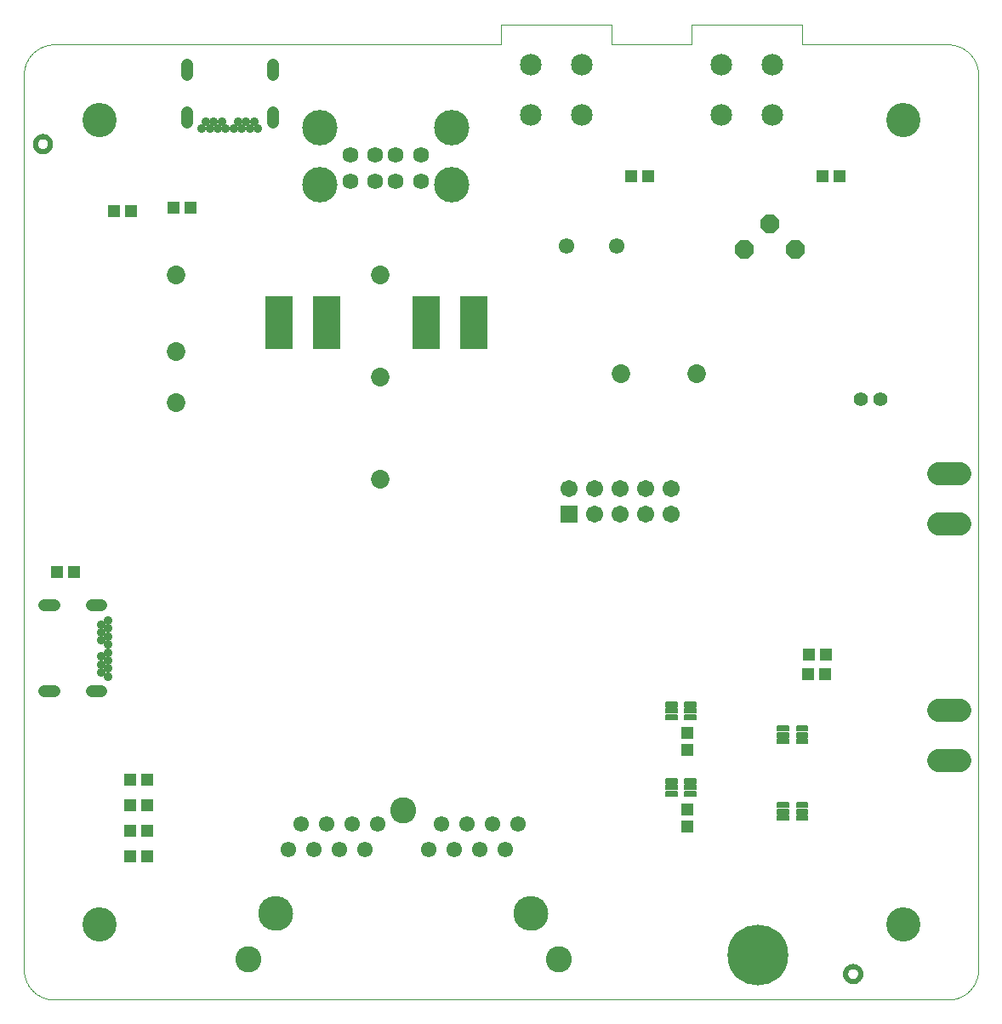
<source format=gbs>
G75*
%MOIN*%
%OFA0B0*%
%FSLAX25Y25*%
%IPPOS*%
%LPD*%
%AMOC8*
5,1,8,0,0,1.08239X$1,22.5*
%
%ADD10C,0.00000*%
%ADD11R,0.04737X0.05131*%
%ADD12C,0.00554*%
%ADD13R,0.05131X0.04737*%
%ADD14C,0.13398*%
%ADD15C,0.06115*%
%ADD16C,0.10249*%
%ADD17C,0.13595*%
%ADD18C,0.07296*%
%ADD19C,0.08477*%
%ADD20R,0.06706X0.06706*%
%ADD21C,0.06706*%
%ADD22C,0.03575*%
%ADD23C,0.04737*%
%ADD24C,0.09068*%
%ADD25OC8,0.07400*%
%ADD26C,0.23800*%
%ADD27R,0.10800X0.20800*%
%ADD28C,0.13855*%
%ADD29C,0.06233*%
%ADD30C,0.05524*%
%ADD31C,0.01969*%
D10*
X0056111Y0063050D02*
X0406505Y0063050D01*
X0406790Y0063053D01*
X0407076Y0063064D01*
X0407361Y0063081D01*
X0407645Y0063105D01*
X0407929Y0063136D01*
X0408212Y0063174D01*
X0408493Y0063219D01*
X0408774Y0063270D01*
X0409054Y0063328D01*
X0409332Y0063393D01*
X0409608Y0063465D01*
X0409882Y0063543D01*
X0410155Y0063628D01*
X0410425Y0063720D01*
X0410693Y0063818D01*
X0410959Y0063922D01*
X0411222Y0064033D01*
X0411482Y0064150D01*
X0411740Y0064273D01*
X0411994Y0064403D01*
X0412245Y0064539D01*
X0412493Y0064680D01*
X0412737Y0064828D01*
X0412978Y0064981D01*
X0413214Y0065141D01*
X0413447Y0065306D01*
X0413676Y0065476D01*
X0413901Y0065652D01*
X0414121Y0065834D01*
X0414337Y0066020D01*
X0414548Y0066212D01*
X0414755Y0066409D01*
X0414957Y0066611D01*
X0415154Y0066818D01*
X0415346Y0067029D01*
X0415532Y0067245D01*
X0415714Y0067465D01*
X0415890Y0067690D01*
X0416060Y0067919D01*
X0416225Y0068152D01*
X0416385Y0068388D01*
X0416538Y0068629D01*
X0416686Y0068873D01*
X0416827Y0069121D01*
X0416963Y0069372D01*
X0417093Y0069626D01*
X0417216Y0069884D01*
X0417333Y0070144D01*
X0417444Y0070407D01*
X0417548Y0070673D01*
X0417646Y0070941D01*
X0417738Y0071211D01*
X0417823Y0071484D01*
X0417901Y0071758D01*
X0417973Y0072034D01*
X0418038Y0072312D01*
X0418096Y0072592D01*
X0418147Y0072873D01*
X0418192Y0073154D01*
X0418230Y0073437D01*
X0418261Y0073721D01*
X0418285Y0074005D01*
X0418302Y0074290D01*
X0418313Y0074576D01*
X0418316Y0074861D01*
X0418316Y0425255D01*
X0418313Y0425540D01*
X0418302Y0425826D01*
X0418285Y0426111D01*
X0418261Y0426395D01*
X0418230Y0426679D01*
X0418192Y0426962D01*
X0418147Y0427243D01*
X0418096Y0427524D01*
X0418038Y0427804D01*
X0417973Y0428082D01*
X0417901Y0428358D01*
X0417823Y0428632D01*
X0417738Y0428905D01*
X0417646Y0429175D01*
X0417548Y0429443D01*
X0417444Y0429709D01*
X0417333Y0429972D01*
X0417216Y0430232D01*
X0417093Y0430490D01*
X0416963Y0430744D01*
X0416827Y0430995D01*
X0416686Y0431243D01*
X0416538Y0431487D01*
X0416385Y0431728D01*
X0416225Y0431964D01*
X0416060Y0432197D01*
X0415890Y0432426D01*
X0415714Y0432651D01*
X0415532Y0432871D01*
X0415346Y0433087D01*
X0415154Y0433298D01*
X0414957Y0433505D01*
X0414755Y0433707D01*
X0414548Y0433904D01*
X0414337Y0434096D01*
X0414121Y0434282D01*
X0413901Y0434464D01*
X0413676Y0434640D01*
X0413447Y0434810D01*
X0413214Y0434975D01*
X0412978Y0435135D01*
X0412737Y0435288D01*
X0412493Y0435436D01*
X0412245Y0435577D01*
X0411994Y0435713D01*
X0411740Y0435843D01*
X0411482Y0435966D01*
X0411222Y0436083D01*
X0410959Y0436194D01*
X0410693Y0436298D01*
X0410425Y0436396D01*
X0410155Y0436488D01*
X0409882Y0436573D01*
X0409608Y0436651D01*
X0409332Y0436723D01*
X0409054Y0436788D01*
X0408774Y0436846D01*
X0408493Y0436897D01*
X0408212Y0436942D01*
X0407929Y0436980D01*
X0407645Y0437011D01*
X0407361Y0437035D01*
X0407076Y0437052D01*
X0406790Y0437063D01*
X0406505Y0437066D01*
X0349418Y0437066D01*
X0349418Y0444940D01*
X0306111Y0444940D01*
X0306111Y0437066D01*
X0274615Y0437066D01*
X0274615Y0444940D01*
X0231308Y0444940D01*
X0231308Y0437066D01*
X0056111Y0437066D01*
X0055826Y0437063D01*
X0055540Y0437052D01*
X0055255Y0437035D01*
X0054971Y0437011D01*
X0054687Y0436980D01*
X0054404Y0436942D01*
X0054123Y0436897D01*
X0053842Y0436846D01*
X0053562Y0436788D01*
X0053284Y0436723D01*
X0053008Y0436651D01*
X0052734Y0436573D01*
X0052461Y0436488D01*
X0052191Y0436396D01*
X0051923Y0436298D01*
X0051657Y0436194D01*
X0051394Y0436083D01*
X0051134Y0435966D01*
X0050876Y0435843D01*
X0050622Y0435713D01*
X0050371Y0435577D01*
X0050123Y0435436D01*
X0049879Y0435288D01*
X0049638Y0435135D01*
X0049402Y0434975D01*
X0049169Y0434810D01*
X0048940Y0434640D01*
X0048715Y0434464D01*
X0048495Y0434282D01*
X0048279Y0434096D01*
X0048068Y0433904D01*
X0047861Y0433707D01*
X0047659Y0433505D01*
X0047462Y0433298D01*
X0047270Y0433087D01*
X0047084Y0432871D01*
X0046902Y0432651D01*
X0046726Y0432426D01*
X0046556Y0432197D01*
X0046391Y0431964D01*
X0046231Y0431728D01*
X0046078Y0431487D01*
X0045930Y0431243D01*
X0045789Y0430995D01*
X0045653Y0430744D01*
X0045523Y0430490D01*
X0045400Y0430232D01*
X0045283Y0429972D01*
X0045172Y0429709D01*
X0045068Y0429443D01*
X0044970Y0429175D01*
X0044878Y0428905D01*
X0044793Y0428632D01*
X0044715Y0428358D01*
X0044643Y0428082D01*
X0044578Y0427804D01*
X0044520Y0427524D01*
X0044469Y0427243D01*
X0044424Y0426962D01*
X0044386Y0426679D01*
X0044355Y0426395D01*
X0044331Y0426111D01*
X0044314Y0425826D01*
X0044303Y0425540D01*
X0044300Y0425255D01*
X0044300Y0074861D01*
X0044303Y0074576D01*
X0044314Y0074290D01*
X0044331Y0074005D01*
X0044355Y0073721D01*
X0044386Y0073437D01*
X0044424Y0073154D01*
X0044469Y0072873D01*
X0044520Y0072592D01*
X0044578Y0072312D01*
X0044643Y0072034D01*
X0044715Y0071758D01*
X0044793Y0071484D01*
X0044878Y0071211D01*
X0044970Y0070941D01*
X0045068Y0070673D01*
X0045172Y0070407D01*
X0045283Y0070144D01*
X0045400Y0069884D01*
X0045523Y0069626D01*
X0045653Y0069372D01*
X0045789Y0069121D01*
X0045930Y0068873D01*
X0046078Y0068629D01*
X0046231Y0068388D01*
X0046391Y0068152D01*
X0046556Y0067919D01*
X0046726Y0067690D01*
X0046902Y0067465D01*
X0047084Y0067245D01*
X0047270Y0067029D01*
X0047462Y0066818D01*
X0047659Y0066611D01*
X0047861Y0066409D01*
X0048068Y0066212D01*
X0048279Y0066020D01*
X0048495Y0065834D01*
X0048715Y0065652D01*
X0048940Y0065476D01*
X0049169Y0065306D01*
X0049402Y0065141D01*
X0049638Y0064981D01*
X0049879Y0064828D01*
X0050123Y0064680D01*
X0050371Y0064539D01*
X0050622Y0064403D01*
X0050876Y0064273D01*
X0051134Y0064150D01*
X0051394Y0064033D01*
X0051657Y0063922D01*
X0051923Y0063818D01*
X0052191Y0063720D01*
X0052461Y0063628D01*
X0052734Y0063543D01*
X0053008Y0063465D01*
X0053284Y0063393D01*
X0053562Y0063328D01*
X0053842Y0063270D01*
X0054123Y0063219D01*
X0054404Y0063174D01*
X0054687Y0063136D01*
X0054971Y0063105D01*
X0055255Y0063081D01*
X0055540Y0063064D01*
X0055826Y0063053D01*
X0056111Y0063050D01*
X0067529Y0092578D02*
X0067531Y0092736D01*
X0067537Y0092894D01*
X0067547Y0093052D01*
X0067561Y0093210D01*
X0067579Y0093367D01*
X0067600Y0093524D01*
X0067626Y0093680D01*
X0067656Y0093836D01*
X0067689Y0093991D01*
X0067727Y0094144D01*
X0067768Y0094297D01*
X0067813Y0094449D01*
X0067862Y0094600D01*
X0067915Y0094749D01*
X0067971Y0094897D01*
X0068031Y0095043D01*
X0068095Y0095188D01*
X0068163Y0095331D01*
X0068234Y0095473D01*
X0068308Y0095613D01*
X0068386Y0095750D01*
X0068468Y0095886D01*
X0068552Y0096020D01*
X0068641Y0096151D01*
X0068732Y0096280D01*
X0068827Y0096407D01*
X0068924Y0096532D01*
X0069025Y0096654D01*
X0069129Y0096773D01*
X0069236Y0096890D01*
X0069346Y0097004D01*
X0069459Y0097115D01*
X0069574Y0097224D01*
X0069692Y0097329D01*
X0069813Y0097431D01*
X0069936Y0097531D01*
X0070062Y0097627D01*
X0070190Y0097720D01*
X0070320Y0097810D01*
X0070453Y0097896D01*
X0070588Y0097980D01*
X0070724Y0098059D01*
X0070863Y0098136D01*
X0071004Y0098208D01*
X0071146Y0098278D01*
X0071290Y0098343D01*
X0071436Y0098405D01*
X0071583Y0098463D01*
X0071732Y0098518D01*
X0071882Y0098569D01*
X0072033Y0098616D01*
X0072185Y0098659D01*
X0072338Y0098698D01*
X0072493Y0098734D01*
X0072648Y0098765D01*
X0072804Y0098793D01*
X0072960Y0098817D01*
X0073117Y0098837D01*
X0073275Y0098853D01*
X0073432Y0098865D01*
X0073591Y0098873D01*
X0073749Y0098877D01*
X0073907Y0098877D01*
X0074065Y0098873D01*
X0074224Y0098865D01*
X0074381Y0098853D01*
X0074539Y0098837D01*
X0074696Y0098817D01*
X0074852Y0098793D01*
X0075008Y0098765D01*
X0075163Y0098734D01*
X0075318Y0098698D01*
X0075471Y0098659D01*
X0075623Y0098616D01*
X0075774Y0098569D01*
X0075924Y0098518D01*
X0076073Y0098463D01*
X0076220Y0098405D01*
X0076366Y0098343D01*
X0076510Y0098278D01*
X0076652Y0098208D01*
X0076793Y0098136D01*
X0076932Y0098059D01*
X0077068Y0097980D01*
X0077203Y0097896D01*
X0077336Y0097810D01*
X0077466Y0097720D01*
X0077594Y0097627D01*
X0077720Y0097531D01*
X0077843Y0097431D01*
X0077964Y0097329D01*
X0078082Y0097224D01*
X0078197Y0097115D01*
X0078310Y0097004D01*
X0078420Y0096890D01*
X0078527Y0096773D01*
X0078631Y0096654D01*
X0078732Y0096532D01*
X0078829Y0096407D01*
X0078924Y0096280D01*
X0079015Y0096151D01*
X0079104Y0096020D01*
X0079188Y0095886D01*
X0079270Y0095750D01*
X0079348Y0095613D01*
X0079422Y0095473D01*
X0079493Y0095331D01*
X0079561Y0095188D01*
X0079625Y0095043D01*
X0079685Y0094897D01*
X0079741Y0094749D01*
X0079794Y0094600D01*
X0079843Y0094449D01*
X0079888Y0094297D01*
X0079929Y0094144D01*
X0079967Y0093991D01*
X0080000Y0093836D01*
X0080030Y0093680D01*
X0080056Y0093524D01*
X0080077Y0093367D01*
X0080095Y0093210D01*
X0080109Y0093052D01*
X0080119Y0092894D01*
X0080125Y0092736D01*
X0080127Y0092578D01*
X0080125Y0092420D01*
X0080119Y0092262D01*
X0080109Y0092104D01*
X0080095Y0091946D01*
X0080077Y0091789D01*
X0080056Y0091632D01*
X0080030Y0091476D01*
X0080000Y0091320D01*
X0079967Y0091165D01*
X0079929Y0091012D01*
X0079888Y0090859D01*
X0079843Y0090707D01*
X0079794Y0090556D01*
X0079741Y0090407D01*
X0079685Y0090259D01*
X0079625Y0090113D01*
X0079561Y0089968D01*
X0079493Y0089825D01*
X0079422Y0089683D01*
X0079348Y0089543D01*
X0079270Y0089406D01*
X0079188Y0089270D01*
X0079104Y0089136D01*
X0079015Y0089005D01*
X0078924Y0088876D01*
X0078829Y0088749D01*
X0078732Y0088624D01*
X0078631Y0088502D01*
X0078527Y0088383D01*
X0078420Y0088266D01*
X0078310Y0088152D01*
X0078197Y0088041D01*
X0078082Y0087932D01*
X0077964Y0087827D01*
X0077843Y0087725D01*
X0077720Y0087625D01*
X0077594Y0087529D01*
X0077466Y0087436D01*
X0077336Y0087346D01*
X0077203Y0087260D01*
X0077068Y0087176D01*
X0076932Y0087097D01*
X0076793Y0087020D01*
X0076652Y0086948D01*
X0076510Y0086878D01*
X0076366Y0086813D01*
X0076220Y0086751D01*
X0076073Y0086693D01*
X0075924Y0086638D01*
X0075774Y0086587D01*
X0075623Y0086540D01*
X0075471Y0086497D01*
X0075318Y0086458D01*
X0075163Y0086422D01*
X0075008Y0086391D01*
X0074852Y0086363D01*
X0074696Y0086339D01*
X0074539Y0086319D01*
X0074381Y0086303D01*
X0074224Y0086291D01*
X0074065Y0086283D01*
X0073907Y0086279D01*
X0073749Y0086279D01*
X0073591Y0086283D01*
X0073432Y0086291D01*
X0073275Y0086303D01*
X0073117Y0086319D01*
X0072960Y0086339D01*
X0072804Y0086363D01*
X0072648Y0086391D01*
X0072493Y0086422D01*
X0072338Y0086458D01*
X0072185Y0086497D01*
X0072033Y0086540D01*
X0071882Y0086587D01*
X0071732Y0086638D01*
X0071583Y0086693D01*
X0071436Y0086751D01*
X0071290Y0086813D01*
X0071146Y0086878D01*
X0071004Y0086948D01*
X0070863Y0087020D01*
X0070724Y0087097D01*
X0070588Y0087176D01*
X0070453Y0087260D01*
X0070320Y0087346D01*
X0070190Y0087436D01*
X0070062Y0087529D01*
X0069936Y0087625D01*
X0069813Y0087725D01*
X0069692Y0087827D01*
X0069574Y0087932D01*
X0069459Y0088041D01*
X0069346Y0088152D01*
X0069236Y0088266D01*
X0069129Y0088383D01*
X0069025Y0088502D01*
X0068924Y0088624D01*
X0068827Y0088749D01*
X0068732Y0088876D01*
X0068641Y0089005D01*
X0068552Y0089136D01*
X0068468Y0089270D01*
X0068386Y0089406D01*
X0068308Y0089543D01*
X0068234Y0089683D01*
X0068163Y0089825D01*
X0068095Y0089968D01*
X0068031Y0090113D01*
X0067971Y0090259D01*
X0067915Y0090407D01*
X0067862Y0090556D01*
X0067813Y0090707D01*
X0067768Y0090859D01*
X0067727Y0091012D01*
X0067689Y0091165D01*
X0067656Y0091320D01*
X0067626Y0091476D01*
X0067600Y0091632D01*
X0067579Y0091789D01*
X0067561Y0091946D01*
X0067547Y0092104D01*
X0067537Y0092262D01*
X0067531Y0092420D01*
X0067529Y0092578D01*
X0136652Y0096770D02*
X0136654Y0096930D01*
X0136660Y0097089D01*
X0136670Y0097248D01*
X0136684Y0097407D01*
X0136702Y0097566D01*
X0136723Y0097724D01*
X0136749Y0097881D01*
X0136779Y0098038D01*
X0136812Y0098194D01*
X0136850Y0098349D01*
X0136891Y0098503D01*
X0136936Y0098656D01*
X0136985Y0098808D01*
X0137038Y0098958D01*
X0137094Y0099107D01*
X0137154Y0099255D01*
X0137218Y0099401D01*
X0137286Y0099546D01*
X0137357Y0099689D01*
X0137431Y0099830D01*
X0137509Y0099969D01*
X0137591Y0100106D01*
X0137676Y0100241D01*
X0137764Y0100374D01*
X0137855Y0100505D01*
X0137950Y0100633D01*
X0138048Y0100759D01*
X0138149Y0100883D01*
X0138253Y0101003D01*
X0138360Y0101122D01*
X0138470Y0101237D01*
X0138583Y0101350D01*
X0138698Y0101460D01*
X0138817Y0101567D01*
X0138937Y0101671D01*
X0139061Y0101772D01*
X0139187Y0101870D01*
X0139315Y0101965D01*
X0139446Y0102056D01*
X0139579Y0102144D01*
X0139714Y0102229D01*
X0139851Y0102311D01*
X0139990Y0102389D01*
X0140131Y0102463D01*
X0140274Y0102534D01*
X0140419Y0102602D01*
X0140565Y0102666D01*
X0140713Y0102726D01*
X0140862Y0102782D01*
X0141012Y0102835D01*
X0141164Y0102884D01*
X0141317Y0102929D01*
X0141471Y0102970D01*
X0141626Y0103008D01*
X0141782Y0103041D01*
X0141939Y0103071D01*
X0142096Y0103097D01*
X0142254Y0103118D01*
X0142413Y0103136D01*
X0142572Y0103150D01*
X0142731Y0103160D01*
X0142890Y0103166D01*
X0143050Y0103168D01*
X0143210Y0103166D01*
X0143369Y0103160D01*
X0143528Y0103150D01*
X0143687Y0103136D01*
X0143846Y0103118D01*
X0144004Y0103097D01*
X0144161Y0103071D01*
X0144318Y0103041D01*
X0144474Y0103008D01*
X0144629Y0102970D01*
X0144783Y0102929D01*
X0144936Y0102884D01*
X0145088Y0102835D01*
X0145238Y0102782D01*
X0145387Y0102726D01*
X0145535Y0102666D01*
X0145681Y0102602D01*
X0145826Y0102534D01*
X0145969Y0102463D01*
X0146110Y0102389D01*
X0146249Y0102311D01*
X0146386Y0102229D01*
X0146521Y0102144D01*
X0146654Y0102056D01*
X0146785Y0101965D01*
X0146913Y0101870D01*
X0147039Y0101772D01*
X0147163Y0101671D01*
X0147283Y0101567D01*
X0147402Y0101460D01*
X0147517Y0101350D01*
X0147630Y0101237D01*
X0147740Y0101122D01*
X0147847Y0101003D01*
X0147951Y0100883D01*
X0148052Y0100759D01*
X0148150Y0100633D01*
X0148245Y0100505D01*
X0148336Y0100374D01*
X0148424Y0100241D01*
X0148509Y0100106D01*
X0148591Y0099969D01*
X0148669Y0099830D01*
X0148743Y0099689D01*
X0148814Y0099546D01*
X0148882Y0099401D01*
X0148946Y0099255D01*
X0149006Y0099107D01*
X0149062Y0098958D01*
X0149115Y0098808D01*
X0149164Y0098656D01*
X0149209Y0098503D01*
X0149250Y0098349D01*
X0149288Y0098194D01*
X0149321Y0098038D01*
X0149351Y0097881D01*
X0149377Y0097724D01*
X0149398Y0097566D01*
X0149416Y0097407D01*
X0149430Y0097248D01*
X0149440Y0097089D01*
X0149446Y0096930D01*
X0149448Y0096770D01*
X0149446Y0096610D01*
X0149440Y0096451D01*
X0149430Y0096292D01*
X0149416Y0096133D01*
X0149398Y0095974D01*
X0149377Y0095816D01*
X0149351Y0095659D01*
X0149321Y0095502D01*
X0149288Y0095346D01*
X0149250Y0095191D01*
X0149209Y0095037D01*
X0149164Y0094884D01*
X0149115Y0094732D01*
X0149062Y0094582D01*
X0149006Y0094433D01*
X0148946Y0094285D01*
X0148882Y0094139D01*
X0148814Y0093994D01*
X0148743Y0093851D01*
X0148669Y0093710D01*
X0148591Y0093571D01*
X0148509Y0093434D01*
X0148424Y0093299D01*
X0148336Y0093166D01*
X0148245Y0093035D01*
X0148150Y0092907D01*
X0148052Y0092781D01*
X0147951Y0092657D01*
X0147847Y0092537D01*
X0147740Y0092418D01*
X0147630Y0092303D01*
X0147517Y0092190D01*
X0147402Y0092080D01*
X0147283Y0091973D01*
X0147163Y0091869D01*
X0147039Y0091768D01*
X0146913Y0091670D01*
X0146785Y0091575D01*
X0146654Y0091484D01*
X0146521Y0091396D01*
X0146386Y0091311D01*
X0146249Y0091229D01*
X0146110Y0091151D01*
X0145969Y0091077D01*
X0145826Y0091006D01*
X0145681Y0090938D01*
X0145535Y0090874D01*
X0145387Y0090814D01*
X0145238Y0090758D01*
X0145088Y0090705D01*
X0144936Y0090656D01*
X0144783Y0090611D01*
X0144629Y0090570D01*
X0144474Y0090532D01*
X0144318Y0090499D01*
X0144161Y0090469D01*
X0144004Y0090443D01*
X0143846Y0090422D01*
X0143687Y0090404D01*
X0143528Y0090390D01*
X0143369Y0090380D01*
X0143210Y0090374D01*
X0143050Y0090372D01*
X0142890Y0090374D01*
X0142731Y0090380D01*
X0142572Y0090390D01*
X0142413Y0090404D01*
X0142254Y0090422D01*
X0142096Y0090443D01*
X0141939Y0090469D01*
X0141782Y0090499D01*
X0141626Y0090532D01*
X0141471Y0090570D01*
X0141317Y0090611D01*
X0141164Y0090656D01*
X0141012Y0090705D01*
X0140862Y0090758D01*
X0140713Y0090814D01*
X0140565Y0090874D01*
X0140419Y0090938D01*
X0140274Y0091006D01*
X0140131Y0091077D01*
X0139990Y0091151D01*
X0139851Y0091229D01*
X0139714Y0091311D01*
X0139579Y0091396D01*
X0139446Y0091484D01*
X0139315Y0091575D01*
X0139187Y0091670D01*
X0139061Y0091768D01*
X0138937Y0091869D01*
X0138817Y0091973D01*
X0138698Y0092080D01*
X0138583Y0092190D01*
X0138470Y0092303D01*
X0138360Y0092418D01*
X0138253Y0092537D01*
X0138149Y0092657D01*
X0138048Y0092781D01*
X0137950Y0092907D01*
X0137855Y0093035D01*
X0137764Y0093166D01*
X0137676Y0093299D01*
X0137591Y0093434D01*
X0137509Y0093571D01*
X0137431Y0093710D01*
X0137357Y0093851D01*
X0137286Y0093994D01*
X0137218Y0094139D01*
X0137154Y0094285D01*
X0137094Y0094433D01*
X0137038Y0094582D01*
X0136985Y0094732D01*
X0136936Y0094884D01*
X0136891Y0095037D01*
X0136850Y0095191D01*
X0136812Y0095346D01*
X0136779Y0095502D01*
X0136749Y0095659D01*
X0136723Y0095816D01*
X0136702Y0095974D01*
X0136684Y0096133D01*
X0136670Y0096292D01*
X0136660Y0096451D01*
X0136654Y0096610D01*
X0136652Y0096770D01*
X0236652Y0096770D02*
X0236654Y0096930D01*
X0236660Y0097089D01*
X0236670Y0097248D01*
X0236684Y0097407D01*
X0236702Y0097566D01*
X0236723Y0097724D01*
X0236749Y0097881D01*
X0236779Y0098038D01*
X0236812Y0098194D01*
X0236850Y0098349D01*
X0236891Y0098503D01*
X0236936Y0098656D01*
X0236985Y0098808D01*
X0237038Y0098958D01*
X0237094Y0099107D01*
X0237154Y0099255D01*
X0237218Y0099401D01*
X0237286Y0099546D01*
X0237357Y0099689D01*
X0237431Y0099830D01*
X0237509Y0099969D01*
X0237591Y0100106D01*
X0237676Y0100241D01*
X0237764Y0100374D01*
X0237855Y0100505D01*
X0237950Y0100633D01*
X0238048Y0100759D01*
X0238149Y0100883D01*
X0238253Y0101003D01*
X0238360Y0101122D01*
X0238470Y0101237D01*
X0238583Y0101350D01*
X0238698Y0101460D01*
X0238817Y0101567D01*
X0238937Y0101671D01*
X0239061Y0101772D01*
X0239187Y0101870D01*
X0239315Y0101965D01*
X0239446Y0102056D01*
X0239579Y0102144D01*
X0239714Y0102229D01*
X0239851Y0102311D01*
X0239990Y0102389D01*
X0240131Y0102463D01*
X0240274Y0102534D01*
X0240419Y0102602D01*
X0240565Y0102666D01*
X0240713Y0102726D01*
X0240862Y0102782D01*
X0241012Y0102835D01*
X0241164Y0102884D01*
X0241317Y0102929D01*
X0241471Y0102970D01*
X0241626Y0103008D01*
X0241782Y0103041D01*
X0241939Y0103071D01*
X0242096Y0103097D01*
X0242254Y0103118D01*
X0242413Y0103136D01*
X0242572Y0103150D01*
X0242731Y0103160D01*
X0242890Y0103166D01*
X0243050Y0103168D01*
X0243210Y0103166D01*
X0243369Y0103160D01*
X0243528Y0103150D01*
X0243687Y0103136D01*
X0243846Y0103118D01*
X0244004Y0103097D01*
X0244161Y0103071D01*
X0244318Y0103041D01*
X0244474Y0103008D01*
X0244629Y0102970D01*
X0244783Y0102929D01*
X0244936Y0102884D01*
X0245088Y0102835D01*
X0245238Y0102782D01*
X0245387Y0102726D01*
X0245535Y0102666D01*
X0245681Y0102602D01*
X0245826Y0102534D01*
X0245969Y0102463D01*
X0246110Y0102389D01*
X0246249Y0102311D01*
X0246386Y0102229D01*
X0246521Y0102144D01*
X0246654Y0102056D01*
X0246785Y0101965D01*
X0246913Y0101870D01*
X0247039Y0101772D01*
X0247163Y0101671D01*
X0247283Y0101567D01*
X0247402Y0101460D01*
X0247517Y0101350D01*
X0247630Y0101237D01*
X0247740Y0101122D01*
X0247847Y0101003D01*
X0247951Y0100883D01*
X0248052Y0100759D01*
X0248150Y0100633D01*
X0248245Y0100505D01*
X0248336Y0100374D01*
X0248424Y0100241D01*
X0248509Y0100106D01*
X0248591Y0099969D01*
X0248669Y0099830D01*
X0248743Y0099689D01*
X0248814Y0099546D01*
X0248882Y0099401D01*
X0248946Y0099255D01*
X0249006Y0099107D01*
X0249062Y0098958D01*
X0249115Y0098808D01*
X0249164Y0098656D01*
X0249209Y0098503D01*
X0249250Y0098349D01*
X0249288Y0098194D01*
X0249321Y0098038D01*
X0249351Y0097881D01*
X0249377Y0097724D01*
X0249398Y0097566D01*
X0249416Y0097407D01*
X0249430Y0097248D01*
X0249440Y0097089D01*
X0249446Y0096930D01*
X0249448Y0096770D01*
X0249446Y0096610D01*
X0249440Y0096451D01*
X0249430Y0096292D01*
X0249416Y0096133D01*
X0249398Y0095974D01*
X0249377Y0095816D01*
X0249351Y0095659D01*
X0249321Y0095502D01*
X0249288Y0095346D01*
X0249250Y0095191D01*
X0249209Y0095037D01*
X0249164Y0094884D01*
X0249115Y0094732D01*
X0249062Y0094582D01*
X0249006Y0094433D01*
X0248946Y0094285D01*
X0248882Y0094139D01*
X0248814Y0093994D01*
X0248743Y0093851D01*
X0248669Y0093710D01*
X0248591Y0093571D01*
X0248509Y0093434D01*
X0248424Y0093299D01*
X0248336Y0093166D01*
X0248245Y0093035D01*
X0248150Y0092907D01*
X0248052Y0092781D01*
X0247951Y0092657D01*
X0247847Y0092537D01*
X0247740Y0092418D01*
X0247630Y0092303D01*
X0247517Y0092190D01*
X0247402Y0092080D01*
X0247283Y0091973D01*
X0247163Y0091869D01*
X0247039Y0091768D01*
X0246913Y0091670D01*
X0246785Y0091575D01*
X0246654Y0091484D01*
X0246521Y0091396D01*
X0246386Y0091311D01*
X0246249Y0091229D01*
X0246110Y0091151D01*
X0245969Y0091077D01*
X0245826Y0091006D01*
X0245681Y0090938D01*
X0245535Y0090874D01*
X0245387Y0090814D01*
X0245238Y0090758D01*
X0245088Y0090705D01*
X0244936Y0090656D01*
X0244783Y0090611D01*
X0244629Y0090570D01*
X0244474Y0090532D01*
X0244318Y0090499D01*
X0244161Y0090469D01*
X0244004Y0090443D01*
X0243846Y0090422D01*
X0243687Y0090404D01*
X0243528Y0090390D01*
X0243369Y0090380D01*
X0243210Y0090374D01*
X0243050Y0090372D01*
X0242890Y0090374D01*
X0242731Y0090380D01*
X0242572Y0090390D01*
X0242413Y0090404D01*
X0242254Y0090422D01*
X0242096Y0090443D01*
X0241939Y0090469D01*
X0241782Y0090499D01*
X0241626Y0090532D01*
X0241471Y0090570D01*
X0241317Y0090611D01*
X0241164Y0090656D01*
X0241012Y0090705D01*
X0240862Y0090758D01*
X0240713Y0090814D01*
X0240565Y0090874D01*
X0240419Y0090938D01*
X0240274Y0091006D01*
X0240131Y0091077D01*
X0239990Y0091151D01*
X0239851Y0091229D01*
X0239714Y0091311D01*
X0239579Y0091396D01*
X0239446Y0091484D01*
X0239315Y0091575D01*
X0239187Y0091670D01*
X0239061Y0091768D01*
X0238937Y0091869D01*
X0238817Y0091973D01*
X0238698Y0092080D01*
X0238583Y0092190D01*
X0238470Y0092303D01*
X0238360Y0092418D01*
X0238253Y0092537D01*
X0238149Y0092657D01*
X0238048Y0092781D01*
X0237950Y0092907D01*
X0237855Y0093035D01*
X0237764Y0093166D01*
X0237676Y0093299D01*
X0237591Y0093434D01*
X0237509Y0093571D01*
X0237431Y0093710D01*
X0237357Y0093851D01*
X0237286Y0093994D01*
X0237218Y0094139D01*
X0237154Y0094285D01*
X0237094Y0094433D01*
X0237038Y0094582D01*
X0236985Y0094732D01*
X0236936Y0094884D01*
X0236891Y0095037D01*
X0236850Y0095191D01*
X0236812Y0095346D01*
X0236779Y0095502D01*
X0236749Y0095659D01*
X0236723Y0095816D01*
X0236702Y0095974D01*
X0236684Y0096133D01*
X0236670Y0096292D01*
X0236660Y0096451D01*
X0236654Y0096610D01*
X0236652Y0096770D01*
X0382489Y0092578D02*
X0382491Y0092736D01*
X0382497Y0092894D01*
X0382507Y0093052D01*
X0382521Y0093210D01*
X0382539Y0093367D01*
X0382560Y0093524D01*
X0382586Y0093680D01*
X0382616Y0093836D01*
X0382649Y0093991D01*
X0382687Y0094144D01*
X0382728Y0094297D01*
X0382773Y0094449D01*
X0382822Y0094600D01*
X0382875Y0094749D01*
X0382931Y0094897D01*
X0382991Y0095043D01*
X0383055Y0095188D01*
X0383123Y0095331D01*
X0383194Y0095473D01*
X0383268Y0095613D01*
X0383346Y0095750D01*
X0383428Y0095886D01*
X0383512Y0096020D01*
X0383601Y0096151D01*
X0383692Y0096280D01*
X0383787Y0096407D01*
X0383884Y0096532D01*
X0383985Y0096654D01*
X0384089Y0096773D01*
X0384196Y0096890D01*
X0384306Y0097004D01*
X0384419Y0097115D01*
X0384534Y0097224D01*
X0384652Y0097329D01*
X0384773Y0097431D01*
X0384896Y0097531D01*
X0385022Y0097627D01*
X0385150Y0097720D01*
X0385280Y0097810D01*
X0385413Y0097896D01*
X0385548Y0097980D01*
X0385684Y0098059D01*
X0385823Y0098136D01*
X0385964Y0098208D01*
X0386106Y0098278D01*
X0386250Y0098343D01*
X0386396Y0098405D01*
X0386543Y0098463D01*
X0386692Y0098518D01*
X0386842Y0098569D01*
X0386993Y0098616D01*
X0387145Y0098659D01*
X0387298Y0098698D01*
X0387453Y0098734D01*
X0387608Y0098765D01*
X0387764Y0098793D01*
X0387920Y0098817D01*
X0388077Y0098837D01*
X0388235Y0098853D01*
X0388392Y0098865D01*
X0388551Y0098873D01*
X0388709Y0098877D01*
X0388867Y0098877D01*
X0389025Y0098873D01*
X0389184Y0098865D01*
X0389341Y0098853D01*
X0389499Y0098837D01*
X0389656Y0098817D01*
X0389812Y0098793D01*
X0389968Y0098765D01*
X0390123Y0098734D01*
X0390278Y0098698D01*
X0390431Y0098659D01*
X0390583Y0098616D01*
X0390734Y0098569D01*
X0390884Y0098518D01*
X0391033Y0098463D01*
X0391180Y0098405D01*
X0391326Y0098343D01*
X0391470Y0098278D01*
X0391612Y0098208D01*
X0391753Y0098136D01*
X0391892Y0098059D01*
X0392028Y0097980D01*
X0392163Y0097896D01*
X0392296Y0097810D01*
X0392426Y0097720D01*
X0392554Y0097627D01*
X0392680Y0097531D01*
X0392803Y0097431D01*
X0392924Y0097329D01*
X0393042Y0097224D01*
X0393157Y0097115D01*
X0393270Y0097004D01*
X0393380Y0096890D01*
X0393487Y0096773D01*
X0393591Y0096654D01*
X0393692Y0096532D01*
X0393789Y0096407D01*
X0393884Y0096280D01*
X0393975Y0096151D01*
X0394064Y0096020D01*
X0394148Y0095886D01*
X0394230Y0095750D01*
X0394308Y0095613D01*
X0394382Y0095473D01*
X0394453Y0095331D01*
X0394521Y0095188D01*
X0394585Y0095043D01*
X0394645Y0094897D01*
X0394701Y0094749D01*
X0394754Y0094600D01*
X0394803Y0094449D01*
X0394848Y0094297D01*
X0394889Y0094144D01*
X0394927Y0093991D01*
X0394960Y0093836D01*
X0394990Y0093680D01*
X0395016Y0093524D01*
X0395037Y0093367D01*
X0395055Y0093210D01*
X0395069Y0093052D01*
X0395079Y0092894D01*
X0395085Y0092736D01*
X0395087Y0092578D01*
X0395085Y0092420D01*
X0395079Y0092262D01*
X0395069Y0092104D01*
X0395055Y0091946D01*
X0395037Y0091789D01*
X0395016Y0091632D01*
X0394990Y0091476D01*
X0394960Y0091320D01*
X0394927Y0091165D01*
X0394889Y0091012D01*
X0394848Y0090859D01*
X0394803Y0090707D01*
X0394754Y0090556D01*
X0394701Y0090407D01*
X0394645Y0090259D01*
X0394585Y0090113D01*
X0394521Y0089968D01*
X0394453Y0089825D01*
X0394382Y0089683D01*
X0394308Y0089543D01*
X0394230Y0089406D01*
X0394148Y0089270D01*
X0394064Y0089136D01*
X0393975Y0089005D01*
X0393884Y0088876D01*
X0393789Y0088749D01*
X0393692Y0088624D01*
X0393591Y0088502D01*
X0393487Y0088383D01*
X0393380Y0088266D01*
X0393270Y0088152D01*
X0393157Y0088041D01*
X0393042Y0087932D01*
X0392924Y0087827D01*
X0392803Y0087725D01*
X0392680Y0087625D01*
X0392554Y0087529D01*
X0392426Y0087436D01*
X0392296Y0087346D01*
X0392163Y0087260D01*
X0392028Y0087176D01*
X0391892Y0087097D01*
X0391753Y0087020D01*
X0391612Y0086948D01*
X0391470Y0086878D01*
X0391326Y0086813D01*
X0391180Y0086751D01*
X0391033Y0086693D01*
X0390884Y0086638D01*
X0390734Y0086587D01*
X0390583Y0086540D01*
X0390431Y0086497D01*
X0390278Y0086458D01*
X0390123Y0086422D01*
X0389968Y0086391D01*
X0389812Y0086363D01*
X0389656Y0086339D01*
X0389499Y0086319D01*
X0389341Y0086303D01*
X0389184Y0086291D01*
X0389025Y0086283D01*
X0388867Y0086279D01*
X0388709Y0086279D01*
X0388551Y0086283D01*
X0388392Y0086291D01*
X0388235Y0086303D01*
X0388077Y0086319D01*
X0387920Y0086339D01*
X0387764Y0086363D01*
X0387608Y0086391D01*
X0387453Y0086422D01*
X0387298Y0086458D01*
X0387145Y0086497D01*
X0386993Y0086540D01*
X0386842Y0086587D01*
X0386692Y0086638D01*
X0386543Y0086693D01*
X0386396Y0086751D01*
X0386250Y0086813D01*
X0386106Y0086878D01*
X0385964Y0086948D01*
X0385823Y0087020D01*
X0385684Y0087097D01*
X0385548Y0087176D01*
X0385413Y0087260D01*
X0385280Y0087346D01*
X0385150Y0087436D01*
X0385022Y0087529D01*
X0384896Y0087625D01*
X0384773Y0087725D01*
X0384652Y0087827D01*
X0384534Y0087932D01*
X0384419Y0088041D01*
X0384306Y0088152D01*
X0384196Y0088266D01*
X0384089Y0088383D01*
X0383985Y0088502D01*
X0383884Y0088624D01*
X0383787Y0088749D01*
X0383692Y0088876D01*
X0383601Y0089005D01*
X0383512Y0089136D01*
X0383428Y0089270D01*
X0383346Y0089406D01*
X0383268Y0089543D01*
X0383194Y0089683D01*
X0383123Y0089825D01*
X0383055Y0089968D01*
X0382991Y0090113D01*
X0382931Y0090259D01*
X0382875Y0090407D01*
X0382822Y0090556D01*
X0382773Y0090707D01*
X0382728Y0090859D01*
X0382687Y0091012D01*
X0382649Y0091165D01*
X0382616Y0091320D01*
X0382586Y0091476D01*
X0382560Y0091632D01*
X0382539Y0091789D01*
X0382521Y0091946D01*
X0382507Y0092104D01*
X0382497Y0092262D01*
X0382491Y0092420D01*
X0382489Y0092578D01*
X0382489Y0407538D02*
X0382491Y0407696D01*
X0382497Y0407854D01*
X0382507Y0408012D01*
X0382521Y0408170D01*
X0382539Y0408327D01*
X0382560Y0408484D01*
X0382586Y0408640D01*
X0382616Y0408796D01*
X0382649Y0408951D01*
X0382687Y0409104D01*
X0382728Y0409257D01*
X0382773Y0409409D01*
X0382822Y0409560D01*
X0382875Y0409709D01*
X0382931Y0409857D01*
X0382991Y0410003D01*
X0383055Y0410148D01*
X0383123Y0410291D01*
X0383194Y0410433D01*
X0383268Y0410573D01*
X0383346Y0410710D01*
X0383428Y0410846D01*
X0383512Y0410980D01*
X0383601Y0411111D01*
X0383692Y0411240D01*
X0383787Y0411367D01*
X0383884Y0411492D01*
X0383985Y0411614D01*
X0384089Y0411733D01*
X0384196Y0411850D01*
X0384306Y0411964D01*
X0384419Y0412075D01*
X0384534Y0412184D01*
X0384652Y0412289D01*
X0384773Y0412391D01*
X0384896Y0412491D01*
X0385022Y0412587D01*
X0385150Y0412680D01*
X0385280Y0412770D01*
X0385413Y0412856D01*
X0385548Y0412940D01*
X0385684Y0413019D01*
X0385823Y0413096D01*
X0385964Y0413168D01*
X0386106Y0413238D01*
X0386250Y0413303D01*
X0386396Y0413365D01*
X0386543Y0413423D01*
X0386692Y0413478D01*
X0386842Y0413529D01*
X0386993Y0413576D01*
X0387145Y0413619D01*
X0387298Y0413658D01*
X0387453Y0413694D01*
X0387608Y0413725D01*
X0387764Y0413753D01*
X0387920Y0413777D01*
X0388077Y0413797D01*
X0388235Y0413813D01*
X0388392Y0413825D01*
X0388551Y0413833D01*
X0388709Y0413837D01*
X0388867Y0413837D01*
X0389025Y0413833D01*
X0389184Y0413825D01*
X0389341Y0413813D01*
X0389499Y0413797D01*
X0389656Y0413777D01*
X0389812Y0413753D01*
X0389968Y0413725D01*
X0390123Y0413694D01*
X0390278Y0413658D01*
X0390431Y0413619D01*
X0390583Y0413576D01*
X0390734Y0413529D01*
X0390884Y0413478D01*
X0391033Y0413423D01*
X0391180Y0413365D01*
X0391326Y0413303D01*
X0391470Y0413238D01*
X0391612Y0413168D01*
X0391753Y0413096D01*
X0391892Y0413019D01*
X0392028Y0412940D01*
X0392163Y0412856D01*
X0392296Y0412770D01*
X0392426Y0412680D01*
X0392554Y0412587D01*
X0392680Y0412491D01*
X0392803Y0412391D01*
X0392924Y0412289D01*
X0393042Y0412184D01*
X0393157Y0412075D01*
X0393270Y0411964D01*
X0393380Y0411850D01*
X0393487Y0411733D01*
X0393591Y0411614D01*
X0393692Y0411492D01*
X0393789Y0411367D01*
X0393884Y0411240D01*
X0393975Y0411111D01*
X0394064Y0410980D01*
X0394148Y0410846D01*
X0394230Y0410710D01*
X0394308Y0410573D01*
X0394382Y0410433D01*
X0394453Y0410291D01*
X0394521Y0410148D01*
X0394585Y0410003D01*
X0394645Y0409857D01*
X0394701Y0409709D01*
X0394754Y0409560D01*
X0394803Y0409409D01*
X0394848Y0409257D01*
X0394889Y0409104D01*
X0394927Y0408951D01*
X0394960Y0408796D01*
X0394990Y0408640D01*
X0395016Y0408484D01*
X0395037Y0408327D01*
X0395055Y0408170D01*
X0395069Y0408012D01*
X0395079Y0407854D01*
X0395085Y0407696D01*
X0395087Y0407538D01*
X0395085Y0407380D01*
X0395079Y0407222D01*
X0395069Y0407064D01*
X0395055Y0406906D01*
X0395037Y0406749D01*
X0395016Y0406592D01*
X0394990Y0406436D01*
X0394960Y0406280D01*
X0394927Y0406125D01*
X0394889Y0405972D01*
X0394848Y0405819D01*
X0394803Y0405667D01*
X0394754Y0405516D01*
X0394701Y0405367D01*
X0394645Y0405219D01*
X0394585Y0405073D01*
X0394521Y0404928D01*
X0394453Y0404785D01*
X0394382Y0404643D01*
X0394308Y0404503D01*
X0394230Y0404366D01*
X0394148Y0404230D01*
X0394064Y0404096D01*
X0393975Y0403965D01*
X0393884Y0403836D01*
X0393789Y0403709D01*
X0393692Y0403584D01*
X0393591Y0403462D01*
X0393487Y0403343D01*
X0393380Y0403226D01*
X0393270Y0403112D01*
X0393157Y0403001D01*
X0393042Y0402892D01*
X0392924Y0402787D01*
X0392803Y0402685D01*
X0392680Y0402585D01*
X0392554Y0402489D01*
X0392426Y0402396D01*
X0392296Y0402306D01*
X0392163Y0402220D01*
X0392028Y0402136D01*
X0391892Y0402057D01*
X0391753Y0401980D01*
X0391612Y0401908D01*
X0391470Y0401838D01*
X0391326Y0401773D01*
X0391180Y0401711D01*
X0391033Y0401653D01*
X0390884Y0401598D01*
X0390734Y0401547D01*
X0390583Y0401500D01*
X0390431Y0401457D01*
X0390278Y0401418D01*
X0390123Y0401382D01*
X0389968Y0401351D01*
X0389812Y0401323D01*
X0389656Y0401299D01*
X0389499Y0401279D01*
X0389341Y0401263D01*
X0389184Y0401251D01*
X0389025Y0401243D01*
X0388867Y0401239D01*
X0388709Y0401239D01*
X0388551Y0401243D01*
X0388392Y0401251D01*
X0388235Y0401263D01*
X0388077Y0401279D01*
X0387920Y0401299D01*
X0387764Y0401323D01*
X0387608Y0401351D01*
X0387453Y0401382D01*
X0387298Y0401418D01*
X0387145Y0401457D01*
X0386993Y0401500D01*
X0386842Y0401547D01*
X0386692Y0401598D01*
X0386543Y0401653D01*
X0386396Y0401711D01*
X0386250Y0401773D01*
X0386106Y0401838D01*
X0385964Y0401908D01*
X0385823Y0401980D01*
X0385684Y0402057D01*
X0385548Y0402136D01*
X0385413Y0402220D01*
X0385280Y0402306D01*
X0385150Y0402396D01*
X0385022Y0402489D01*
X0384896Y0402585D01*
X0384773Y0402685D01*
X0384652Y0402787D01*
X0384534Y0402892D01*
X0384419Y0403001D01*
X0384306Y0403112D01*
X0384196Y0403226D01*
X0384089Y0403343D01*
X0383985Y0403462D01*
X0383884Y0403584D01*
X0383787Y0403709D01*
X0383692Y0403836D01*
X0383601Y0403965D01*
X0383512Y0404096D01*
X0383428Y0404230D01*
X0383346Y0404366D01*
X0383268Y0404503D01*
X0383194Y0404643D01*
X0383123Y0404785D01*
X0383055Y0404928D01*
X0382991Y0405073D01*
X0382931Y0405219D01*
X0382875Y0405367D01*
X0382822Y0405516D01*
X0382773Y0405667D01*
X0382728Y0405819D01*
X0382687Y0405972D01*
X0382649Y0406125D01*
X0382616Y0406280D01*
X0382586Y0406436D01*
X0382560Y0406592D01*
X0382539Y0406749D01*
X0382521Y0406906D01*
X0382507Y0407064D01*
X0382497Y0407222D01*
X0382491Y0407380D01*
X0382489Y0407538D01*
X0067529Y0407538D02*
X0067531Y0407696D01*
X0067537Y0407854D01*
X0067547Y0408012D01*
X0067561Y0408170D01*
X0067579Y0408327D01*
X0067600Y0408484D01*
X0067626Y0408640D01*
X0067656Y0408796D01*
X0067689Y0408951D01*
X0067727Y0409104D01*
X0067768Y0409257D01*
X0067813Y0409409D01*
X0067862Y0409560D01*
X0067915Y0409709D01*
X0067971Y0409857D01*
X0068031Y0410003D01*
X0068095Y0410148D01*
X0068163Y0410291D01*
X0068234Y0410433D01*
X0068308Y0410573D01*
X0068386Y0410710D01*
X0068468Y0410846D01*
X0068552Y0410980D01*
X0068641Y0411111D01*
X0068732Y0411240D01*
X0068827Y0411367D01*
X0068924Y0411492D01*
X0069025Y0411614D01*
X0069129Y0411733D01*
X0069236Y0411850D01*
X0069346Y0411964D01*
X0069459Y0412075D01*
X0069574Y0412184D01*
X0069692Y0412289D01*
X0069813Y0412391D01*
X0069936Y0412491D01*
X0070062Y0412587D01*
X0070190Y0412680D01*
X0070320Y0412770D01*
X0070453Y0412856D01*
X0070588Y0412940D01*
X0070724Y0413019D01*
X0070863Y0413096D01*
X0071004Y0413168D01*
X0071146Y0413238D01*
X0071290Y0413303D01*
X0071436Y0413365D01*
X0071583Y0413423D01*
X0071732Y0413478D01*
X0071882Y0413529D01*
X0072033Y0413576D01*
X0072185Y0413619D01*
X0072338Y0413658D01*
X0072493Y0413694D01*
X0072648Y0413725D01*
X0072804Y0413753D01*
X0072960Y0413777D01*
X0073117Y0413797D01*
X0073275Y0413813D01*
X0073432Y0413825D01*
X0073591Y0413833D01*
X0073749Y0413837D01*
X0073907Y0413837D01*
X0074065Y0413833D01*
X0074224Y0413825D01*
X0074381Y0413813D01*
X0074539Y0413797D01*
X0074696Y0413777D01*
X0074852Y0413753D01*
X0075008Y0413725D01*
X0075163Y0413694D01*
X0075318Y0413658D01*
X0075471Y0413619D01*
X0075623Y0413576D01*
X0075774Y0413529D01*
X0075924Y0413478D01*
X0076073Y0413423D01*
X0076220Y0413365D01*
X0076366Y0413303D01*
X0076510Y0413238D01*
X0076652Y0413168D01*
X0076793Y0413096D01*
X0076932Y0413019D01*
X0077068Y0412940D01*
X0077203Y0412856D01*
X0077336Y0412770D01*
X0077466Y0412680D01*
X0077594Y0412587D01*
X0077720Y0412491D01*
X0077843Y0412391D01*
X0077964Y0412289D01*
X0078082Y0412184D01*
X0078197Y0412075D01*
X0078310Y0411964D01*
X0078420Y0411850D01*
X0078527Y0411733D01*
X0078631Y0411614D01*
X0078732Y0411492D01*
X0078829Y0411367D01*
X0078924Y0411240D01*
X0079015Y0411111D01*
X0079104Y0410980D01*
X0079188Y0410846D01*
X0079270Y0410710D01*
X0079348Y0410573D01*
X0079422Y0410433D01*
X0079493Y0410291D01*
X0079561Y0410148D01*
X0079625Y0410003D01*
X0079685Y0409857D01*
X0079741Y0409709D01*
X0079794Y0409560D01*
X0079843Y0409409D01*
X0079888Y0409257D01*
X0079929Y0409104D01*
X0079967Y0408951D01*
X0080000Y0408796D01*
X0080030Y0408640D01*
X0080056Y0408484D01*
X0080077Y0408327D01*
X0080095Y0408170D01*
X0080109Y0408012D01*
X0080119Y0407854D01*
X0080125Y0407696D01*
X0080127Y0407538D01*
X0080125Y0407380D01*
X0080119Y0407222D01*
X0080109Y0407064D01*
X0080095Y0406906D01*
X0080077Y0406749D01*
X0080056Y0406592D01*
X0080030Y0406436D01*
X0080000Y0406280D01*
X0079967Y0406125D01*
X0079929Y0405972D01*
X0079888Y0405819D01*
X0079843Y0405667D01*
X0079794Y0405516D01*
X0079741Y0405367D01*
X0079685Y0405219D01*
X0079625Y0405073D01*
X0079561Y0404928D01*
X0079493Y0404785D01*
X0079422Y0404643D01*
X0079348Y0404503D01*
X0079270Y0404366D01*
X0079188Y0404230D01*
X0079104Y0404096D01*
X0079015Y0403965D01*
X0078924Y0403836D01*
X0078829Y0403709D01*
X0078732Y0403584D01*
X0078631Y0403462D01*
X0078527Y0403343D01*
X0078420Y0403226D01*
X0078310Y0403112D01*
X0078197Y0403001D01*
X0078082Y0402892D01*
X0077964Y0402787D01*
X0077843Y0402685D01*
X0077720Y0402585D01*
X0077594Y0402489D01*
X0077466Y0402396D01*
X0077336Y0402306D01*
X0077203Y0402220D01*
X0077068Y0402136D01*
X0076932Y0402057D01*
X0076793Y0401980D01*
X0076652Y0401908D01*
X0076510Y0401838D01*
X0076366Y0401773D01*
X0076220Y0401711D01*
X0076073Y0401653D01*
X0075924Y0401598D01*
X0075774Y0401547D01*
X0075623Y0401500D01*
X0075471Y0401457D01*
X0075318Y0401418D01*
X0075163Y0401382D01*
X0075008Y0401351D01*
X0074852Y0401323D01*
X0074696Y0401299D01*
X0074539Y0401279D01*
X0074381Y0401263D01*
X0074224Y0401251D01*
X0074065Y0401243D01*
X0073907Y0401239D01*
X0073749Y0401239D01*
X0073591Y0401243D01*
X0073432Y0401251D01*
X0073275Y0401263D01*
X0073117Y0401279D01*
X0072960Y0401299D01*
X0072804Y0401323D01*
X0072648Y0401351D01*
X0072493Y0401382D01*
X0072338Y0401418D01*
X0072185Y0401457D01*
X0072033Y0401500D01*
X0071882Y0401547D01*
X0071732Y0401598D01*
X0071583Y0401653D01*
X0071436Y0401711D01*
X0071290Y0401773D01*
X0071146Y0401838D01*
X0071004Y0401908D01*
X0070863Y0401980D01*
X0070724Y0402057D01*
X0070588Y0402136D01*
X0070453Y0402220D01*
X0070320Y0402306D01*
X0070190Y0402396D01*
X0070062Y0402489D01*
X0069936Y0402585D01*
X0069813Y0402685D01*
X0069692Y0402787D01*
X0069574Y0402892D01*
X0069459Y0403001D01*
X0069346Y0403112D01*
X0069236Y0403226D01*
X0069129Y0403343D01*
X0069025Y0403462D01*
X0068924Y0403584D01*
X0068827Y0403709D01*
X0068732Y0403836D01*
X0068641Y0403965D01*
X0068552Y0404096D01*
X0068468Y0404230D01*
X0068386Y0404366D01*
X0068308Y0404503D01*
X0068234Y0404643D01*
X0068163Y0404785D01*
X0068095Y0404928D01*
X0068031Y0405073D01*
X0067971Y0405219D01*
X0067915Y0405367D01*
X0067862Y0405516D01*
X0067813Y0405667D01*
X0067768Y0405819D01*
X0067727Y0405972D01*
X0067689Y0406125D01*
X0067656Y0406280D01*
X0067626Y0406436D01*
X0067600Y0406592D01*
X0067579Y0406749D01*
X0067561Y0406906D01*
X0067547Y0407064D01*
X0067537Y0407222D01*
X0067531Y0407380D01*
X0067529Y0407538D01*
D11*
X0304300Y0167646D03*
X0304300Y0160954D03*
X0304300Y0137646D03*
X0304300Y0130954D03*
D12*
X0303429Y0144447D02*
X0307691Y0144447D01*
X0307691Y0142785D01*
X0303429Y0142785D01*
X0303429Y0144447D01*
X0303429Y0143338D02*
X0307691Y0143338D01*
X0307691Y0143891D02*
X0303429Y0143891D01*
X0303429Y0144444D02*
X0307691Y0144444D01*
X0307691Y0147006D02*
X0303429Y0147006D01*
X0307691Y0147006D02*
X0307691Y0145344D01*
X0303429Y0145344D01*
X0303429Y0147006D01*
X0303429Y0145897D02*
X0307691Y0145897D01*
X0307691Y0146450D02*
X0303429Y0146450D01*
X0303429Y0147003D02*
X0307691Y0147003D01*
X0307691Y0149565D02*
X0303429Y0149565D01*
X0307691Y0149565D02*
X0307691Y0147903D01*
X0303429Y0147903D01*
X0303429Y0149565D01*
X0303429Y0148456D02*
X0307691Y0148456D01*
X0307691Y0149009D02*
X0303429Y0149009D01*
X0303429Y0149562D02*
X0307691Y0149562D01*
X0300171Y0147903D02*
X0295909Y0147903D01*
X0295909Y0149565D01*
X0300171Y0149565D01*
X0300171Y0147903D01*
X0300171Y0148456D02*
X0295909Y0148456D01*
X0295909Y0149009D02*
X0300171Y0149009D01*
X0300171Y0149562D02*
X0295909Y0149562D01*
X0295909Y0145344D02*
X0300171Y0145344D01*
X0295909Y0145344D02*
X0295909Y0147006D01*
X0300171Y0147006D01*
X0300171Y0145344D01*
X0300171Y0145897D02*
X0295909Y0145897D01*
X0295909Y0146450D02*
X0300171Y0146450D01*
X0300171Y0147003D02*
X0295909Y0147003D01*
X0295909Y0142785D02*
X0300171Y0142785D01*
X0295909Y0142785D02*
X0295909Y0144447D01*
X0300171Y0144447D01*
X0300171Y0142785D01*
X0300171Y0143338D02*
X0295909Y0143338D01*
X0295909Y0143891D02*
X0300171Y0143891D01*
X0300171Y0144444D02*
X0295909Y0144444D01*
X0295909Y0172785D02*
X0300171Y0172785D01*
X0295909Y0172785D02*
X0295909Y0174447D01*
X0300171Y0174447D01*
X0300171Y0172785D01*
X0300171Y0173338D02*
X0295909Y0173338D01*
X0295909Y0173891D02*
X0300171Y0173891D01*
X0300171Y0174444D02*
X0295909Y0174444D01*
X0295909Y0175344D02*
X0300171Y0175344D01*
X0295909Y0175344D02*
X0295909Y0177006D01*
X0300171Y0177006D01*
X0300171Y0175344D01*
X0300171Y0175897D02*
X0295909Y0175897D01*
X0295909Y0176450D02*
X0300171Y0176450D01*
X0300171Y0177003D02*
X0295909Y0177003D01*
X0295909Y0177903D02*
X0300171Y0177903D01*
X0295909Y0177903D02*
X0295909Y0179565D01*
X0300171Y0179565D01*
X0300171Y0177903D01*
X0300171Y0178456D02*
X0295909Y0178456D01*
X0295909Y0179009D02*
X0300171Y0179009D01*
X0300171Y0179562D02*
X0295909Y0179562D01*
X0303429Y0179565D02*
X0307691Y0179565D01*
X0307691Y0177903D01*
X0303429Y0177903D01*
X0303429Y0179565D01*
X0303429Y0178456D02*
X0307691Y0178456D01*
X0307691Y0179009D02*
X0303429Y0179009D01*
X0303429Y0179562D02*
X0307691Y0179562D01*
X0307691Y0177006D02*
X0303429Y0177006D01*
X0307691Y0177006D02*
X0307691Y0175344D01*
X0303429Y0175344D01*
X0303429Y0177006D01*
X0303429Y0175897D02*
X0307691Y0175897D01*
X0307691Y0176450D02*
X0303429Y0176450D01*
X0303429Y0177003D02*
X0307691Y0177003D01*
X0307691Y0174447D02*
X0303429Y0174447D01*
X0307691Y0174447D02*
X0307691Y0172785D01*
X0303429Y0172785D01*
X0303429Y0174447D01*
X0303429Y0173338D02*
X0307691Y0173338D01*
X0307691Y0173891D02*
X0303429Y0173891D01*
X0303429Y0174444D02*
X0307691Y0174444D01*
X0339659Y0168528D02*
X0343921Y0168528D01*
X0339659Y0168528D02*
X0339659Y0170190D01*
X0343921Y0170190D01*
X0343921Y0168528D01*
X0343921Y0169081D02*
X0339659Y0169081D01*
X0339659Y0169634D02*
X0343921Y0169634D01*
X0343921Y0170187D02*
X0339659Y0170187D01*
X0339659Y0165969D02*
X0343921Y0165969D01*
X0339659Y0165969D02*
X0339659Y0167631D01*
X0343921Y0167631D01*
X0343921Y0165969D01*
X0343921Y0166522D02*
X0339659Y0166522D01*
X0339659Y0167075D02*
X0343921Y0167075D01*
X0343921Y0167628D02*
X0339659Y0167628D01*
X0339659Y0163410D02*
X0343921Y0163410D01*
X0339659Y0163410D02*
X0339659Y0165072D01*
X0343921Y0165072D01*
X0343921Y0163410D01*
X0343921Y0163963D02*
X0339659Y0163963D01*
X0339659Y0164516D02*
X0343921Y0164516D01*
X0343921Y0165069D02*
X0339659Y0165069D01*
X0347179Y0165072D02*
X0351441Y0165072D01*
X0351441Y0163410D01*
X0347179Y0163410D01*
X0347179Y0165072D01*
X0347179Y0163963D02*
X0351441Y0163963D01*
X0351441Y0164516D02*
X0347179Y0164516D01*
X0347179Y0165069D02*
X0351441Y0165069D01*
X0351441Y0167631D02*
X0347179Y0167631D01*
X0351441Y0167631D02*
X0351441Y0165969D01*
X0347179Y0165969D01*
X0347179Y0167631D01*
X0347179Y0166522D02*
X0351441Y0166522D01*
X0351441Y0167075D02*
X0347179Y0167075D01*
X0347179Y0167628D02*
X0351441Y0167628D01*
X0351441Y0170190D02*
X0347179Y0170190D01*
X0351441Y0170190D02*
X0351441Y0168528D01*
X0347179Y0168528D01*
X0347179Y0170190D01*
X0347179Y0169081D02*
X0351441Y0169081D01*
X0351441Y0169634D02*
X0347179Y0169634D01*
X0347179Y0170187D02*
X0351441Y0170187D01*
X0351441Y0140190D02*
X0347179Y0140190D01*
X0351441Y0140190D02*
X0351441Y0138528D01*
X0347179Y0138528D01*
X0347179Y0140190D01*
X0347179Y0139081D02*
X0351441Y0139081D01*
X0351441Y0139634D02*
X0347179Y0139634D01*
X0347179Y0140187D02*
X0351441Y0140187D01*
X0351441Y0137631D02*
X0347179Y0137631D01*
X0351441Y0137631D02*
X0351441Y0135969D01*
X0347179Y0135969D01*
X0347179Y0137631D01*
X0347179Y0136522D02*
X0351441Y0136522D01*
X0351441Y0137075D02*
X0347179Y0137075D01*
X0347179Y0137628D02*
X0351441Y0137628D01*
X0351441Y0135072D02*
X0347179Y0135072D01*
X0351441Y0135072D02*
X0351441Y0133410D01*
X0347179Y0133410D01*
X0347179Y0135072D01*
X0347179Y0133963D02*
X0351441Y0133963D01*
X0351441Y0134516D02*
X0347179Y0134516D01*
X0347179Y0135069D02*
X0351441Y0135069D01*
X0343921Y0133410D02*
X0339659Y0133410D01*
X0339659Y0135072D01*
X0343921Y0135072D01*
X0343921Y0133410D01*
X0343921Y0133963D02*
X0339659Y0133963D01*
X0339659Y0134516D02*
X0343921Y0134516D01*
X0343921Y0135069D02*
X0339659Y0135069D01*
X0339659Y0135969D02*
X0343921Y0135969D01*
X0339659Y0135969D02*
X0339659Y0137631D01*
X0343921Y0137631D01*
X0343921Y0135969D01*
X0343921Y0136522D02*
X0339659Y0136522D01*
X0339659Y0137075D02*
X0343921Y0137075D01*
X0343921Y0137628D02*
X0339659Y0137628D01*
X0339659Y0138528D02*
X0343921Y0138528D01*
X0339659Y0138528D02*
X0339659Y0140190D01*
X0343921Y0140190D01*
X0343921Y0138528D01*
X0343921Y0139081D02*
X0339659Y0139081D01*
X0339659Y0139634D02*
X0343921Y0139634D01*
X0343921Y0140187D02*
X0339659Y0140187D01*
D13*
X0351574Y0190530D03*
X0358267Y0190530D03*
X0358581Y0198148D03*
X0351889Y0198148D03*
X0357204Y0385550D03*
X0363896Y0385550D03*
X0288896Y0385550D03*
X0282204Y0385550D03*
X0109521Y0373050D03*
X0102829Y0373050D03*
X0086396Y0371800D03*
X0079704Y0371800D03*
X0063896Y0230550D03*
X0057204Y0230550D03*
X0085954Y0149300D03*
X0092646Y0149300D03*
X0092646Y0139300D03*
X0085954Y0139300D03*
X0085954Y0129300D03*
X0092646Y0129300D03*
X0092646Y0119300D03*
X0085954Y0119300D03*
D14*
X0073828Y0092578D03*
X0388788Y0092578D03*
X0388788Y0407538D03*
X0073828Y0407538D03*
D15*
X0256957Y0358050D03*
X0276643Y0358050D03*
X0238050Y0131770D03*
X0228050Y0131770D03*
X0218050Y0131770D03*
X0208050Y0131770D03*
X0203050Y0121770D03*
X0213050Y0121770D03*
X0223050Y0121770D03*
X0233050Y0121770D03*
X0183050Y0131770D03*
X0173050Y0131770D03*
X0163050Y0131770D03*
X0153050Y0131770D03*
X0148050Y0121770D03*
X0158050Y0121770D03*
X0168050Y0121770D03*
X0178050Y0121770D03*
D16*
X0193050Y0137085D03*
X0132282Y0078778D03*
X0253818Y0078778D03*
D17*
X0243050Y0096770D03*
X0143050Y0096770D03*
D18*
X0184113Y0266800D03*
X0184113Y0306800D03*
X0184113Y0346800D03*
X0104113Y0346800D03*
X0104113Y0316800D03*
X0104113Y0296800D03*
X0278286Y0308050D03*
X0307814Y0308050D03*
D19*
X0317765Y0409507D03*
X0317765Y0429192D03*
X0337765Y0429192D03*
X0337765Y0409507D03*
X0262961Y0409507D03*
X0262961Y0429192D03*
X0242961Y0429192D03*
X0242961Y0409507D03*
D20*
X0258050Y0253050D03*
D21*
X0258050Y0263050D03*
X0268050Y0263050D03*
X0268050Y0253050D03*
X0278050Y0253050D03*
X0278050Y0263050D03*
X0288050Y0263050D03*
X0288050Y0253050D03*
X0298050Y0253050D03*
X0298050Y0263050D03*
D22*
X0136032Y0404074D03*
X0132883Y0404074D03*
X0129733Y0404074D03*
X0126583Y0404074D03*
X0123434Y0404074D03*
X0120284Y0404074D03*
X0117135Y0404074D03*
X0113985Y0404074D03*
X0115560Y0406830D03*
X0118709Y0406830D03*
X0121859Y0406830D03*
X0128158Y0406830D03*
X0131308Y0406830D03*
X0134457Y0406830D03*
X0077331Y0211574D03*
X0077331Y0208424D03*
X0077331Y0205274D03*
X0077331Y0202125D03*
X0077331Y0198975D03*
X0077331Y0195826D03*
X0077331Y0192676D03*
X0077331Y0189526D03*
X0074576Y0191101D03*
X0074576Y0194251D03*
X0074576Y0197400D03*
X0074576Y0203700D03*
X0074576Y0206849D03*
X0074576Y0209999D03*
D23*
X0074772Y0217361D02*
X0070835Y0217361D01*
X0056150Y0217361D02*
X0052213Y0217361D01*
X0052213Y0183739D02*
X0056150Y0183739D01*
X0070835Y0183739D02*
X0074772Y0183739D01*
X0108198Y0406633D02*
X0108198Y0410570D01*
X0108198Y0425255D02*
X0108198Y0429192D01*
X0141820Y0429192D02*
X0141820Y0425255D01*
X0141820Y0410570D02*
X0141820Y0406633D01*
D24*
X0402666Y0269143D02*
X0410934Y0269143D01*
X0410934Y0249457D02*
X0402666Y0249457D01*
X0402666Y0176643D02*
X0410934Y0176643D01*
X0410934Y0156957D02*
X0402666Y0156957D01*
D25*
X0346574Y0356682D03*
X0336574Y0366682D03*
X0326574Y0356682D03*
D26*
X0331800Y0080550D03*
D27*
X0220550Y0328050D03*
X0201800Y0328050D03*
X0163050Y0328050D03*
X0144300Y0328050D03*
D28*
X0160166Y0382026D03*
X0160166Y0404389D03*
X0211898Y0404389D03*
X0211898Y0382026D03*
D29*
X0199812Y0383404D03*
X0189969Y0383404D03*
X0182095Y0383404D03*
X0172253Y0383404D03*
X0172253Y0393719D03*
X0182095Y0393719D03*
X0189969Y0393719D03*
X0199812Y0393719D03*
D30*
X0372238Y0298050D03*
X0380112Y0298050D03*
D31*
X0372253Y0073050D02*
X0372251Y0072942D01*
X0372245Y0072834D01*
X0372235Y0072727D01*
X0372222Y0072620D01*
X0372204Y0072514D01*
X0372182Y0072408D01*
X0372157Y0072303D01*
X0372128Y0072199D01*
X0372095Y0072097D01*
X0372058Y0071995D01*
X0372018Y0071895D01*
X0371974Y0071797D01*
X0371926Y0071700D01*
X0371875Y0071605D01*
X0371821Y0071512D01*
X0371763Y0071421D01*
X0371702Y0071332D01*
X0371637Y0071245D01*
X0371570Y0071161D01*
X0371499Y0071079D01*
X0371426Y0071000D01*
X0371350Y0070924D01*
X0371271Y0070851D01*
X0371189Y0070780D01*
X0371105Y0070713D01*
X0371018Y0070648D01*
X0370929Y0070587D01*
X0370838Y0070529D01*
X0370745Y0070475D01*
X0370650Y0070424D01*
X0370553Y0070376D01*
X0370455Y0070332D01*
X0370355Y0070292D01*
X0370253Y0070255D01*
X0370151Y0070222D01*
X0370047Y0070193D01*
X0369942Y0070168D01*
X0369836Y0070146D01*
X0369730Y0070128D01*
X0369623Y0070115D01*
X0369516Y0070105D01*
X0369408Y0070099D01*
X0369300Y0070097D01*
X0369192Y0070099D01*
X0369084Y0070105D01*
X0368977Y0070115D01*
X0368870Y0070128D01*
X0368764Y0070146D01*
X0368658Y0070168D01*
X0368553Y0070193D01*
X0368449Y0070222D01*
X0368347Y0070255D01*
X0368245Y0070292D01*
X0368145Y0070332D01*
X0368047Y0070376D01*
X0367950Y0070424D01*
X0367855Y0070475D01*
X0367762Y0070529D01*
X0367671Y0070587D01*
X0367582Y0070648D01*
X0367495Y0070713D01*
X0367411Y0070780D01*
X0367329Y0070851D01*
X0367250Y0070924D01*
X0367174Y0071000D01*
X0367101Y0071079D01*
X0367030Y0071161D01*
X0366963Y0071245D01*
X0366898Y0071332D01*
X0366837Y0071421D01*
X0366779Y0071512D01*
X0366725Y0071605D01*
X0366674Y0071700D01*
X0366626Y0071797D01*
X0366582Y0071895D01*
X0366542Y0071995D01*
X0366505Y0072097D01*
X0366472Y0072199D01*
X0366443Y0072303D01*
X0366418Y0072408D01*
X0366396Y0072514D01*
X0366378Y0072620D01*
X0366365Y0072727D01*
X0366355Y0072834D01*
X0366349Y0072942D01*
X0366347Y0073050D01*
X0366349Y0073158D01*
X0366355Y0073266D01*
X0366365Y0073373D01*
X0366378Y0073480D01*
X0366396Y0073586D01*
X0366418Y0073692D01*
X0366443Y0073797D01*
X0366472Y0073901D01*
X0366505Y0074003D01*
X0366542Y0074105D01*
X0366582Y0074205D01*
X0366626Y0074303D01*
X0366674Y0074400D01*
X0366725Y0074495D01*
X0366779Y0074588D01*
X0366837Y0074679D01*
X0366898Y0074768D01*
X0366963Y0074855D01*
X0367030Y0074939D01*
X0367101Y0075021D01*
X0367174Y0075100D01*
X0367250Y0075176D01*
X0367329Y0075249D01*
X0367411Y0075320D01*
X0367495Y0075387D01*
X0367582Y0075452D01*
X0367671Y0075513D01*
X0367762Y0075571D01*
X0367855Y0075625D01*
X0367950Y0075676D01*
X0368047Y0075724D01*
X0368145Y0075768D01*
X0368245Y0075808D01*
X0368347Y0075845D01*
X0368449Y0075878D01*
X0368553Y0075907D01*
X0368658Y0075932D01*
X0368764Y0075954D01*
X0368870Y0075972D01*
X0368977Y0075985D01*
X0369084Y0075995D01*
X0369192Y0076001D01*
X0369300Y0076003D01*
X0369408Y0076001D01*
X0369516Y0075995D01*
X0369623Y0075985D01*
X0369730Y0075972D01*
X0369836Y0075954D01*
X0369942Y0075932D01*
X0370047Y0075907D01*
X0370151Y0075878D01*
X0370253Y0075845D01*
X0370355Y0075808D01*
X0370455Y0075768D01*
X0370553Y0075724D01*
X0370650Y0075676D01*
X0370745Y0075625D01*
X0370838Y0075571D01*
X0370929Y0075513D01*
X0371018Y0075452D01*
X0371105Y0075387D01*
X0371189Y0075320D01*
X0371271Y0075249D01*
X0371350Y0075176D01*
X0371426Y0075100D01*
X0371499Y0075021D01*
X0371570Y0074939D01*
X0371637Y0074855D01*
X0371702Y0074768D01*
X0371763Y0074679D01*
X0371821Y0074588D01*
X0371875Y0074495D01*
X0371926Y0074400D01*
X0371974Y0074303D01*
X0372018Y0074205D01*
X0372058Y0074105D01*
X0372095Y0074003D01*
X0372128Y0073901D01*
X0372157Y0073797D01*
X0372182Y0073692D01*
X0372204Y0073586D01*
X0372222Y0073480D01*
X0372235Y0073373D01*
X0372245Y0073266D01*
X0372251Y0073158D01*
X0372253Y0073050D01*
X0051800Y0395097D02*
X0051908Y0395099D01*
X0052016Y0395105D01*
X0052123Y0395115D01*
X0052230Y0395128D01*
X0052336Y0395146D01*
X0052442Y0395168D01*
X0052547Y0395193D01*
X0052651Y0395222D01*
X0052753Y0395255D01*
X0052855Y0395292D01*
X0052955Y0395332D01*
X0053053Y0395376D01*
X0053150Y0395424D01*
X0053245Y0395475D01*
X0053338Y0395529D01*
X0053429Y0395587D01*
X0053518Y0395648D01*
X0053605Y0395713D01*
X0053689Y0395780D01*
X0053771Y0395851D01*
X0053850Y0395924D01*
X0053926Y0396000D01*
X0053999Y0396079D01*
X0054070Y0396161D01*
X0054137Y0396245D01*
X0054202Y0396332D01*
X0054263Y0396421D01*
X0054321Y0396512D01*
X0054375Y0396605D01*
X0054426Y0396700D01*
X0054474Y0396797D01*
X0054518Y0396895D01*
X0054558Y0396995D01*
X0054595Y0397097D01*
X0054628Y0397199D01*
X0054657Y0397303D01*
X0054682Y0397408D01*
X0054704Y0397514D01*
X0054722Y0397620D01*
X0054735Y0397727D01*
X0054745Y0397834D01*
X0054751Y0397942D01*
X0054753Y0398050D01*
X0051800Y0395097D02*
X0051692Y0395099D01*
X0051584Y0395105D01*
X0051477Y0395115D01*
X0051370Y0395128D01*
X0051264Y0395146D01*
X0051158Y0395168D01*
X0051053Y0395193D01*
X0050949Y0395222D01*
X0050847Y0395255D01*
X0050745Y0395292D01*
X0050645Y0395332D01*
X0050547Y0395376D01*
X0050450Y0395424D01*
X0050355Y0395475D01*
X0050262Y0395529D01*
X0050171Y0395587D01*
X0050082Y0395648D01*
X0049995Y0395713D01*
X0049911Y0395780D01*
X0049829Y0395851D01*
X0049750Y0395924D01*
X0049674Y0396000D01*
X0049601Y0396079D01*
X0049530Y0396161D01*
X0049463Y0396245D01*
X0049398Y0396332D01*
X0049337Y0396421D01*
X0049279Y0396512D01*
X0049225Y0396605D01*
X0049174Y0396700D01*
X0049126Y0396797D01*
X0049082Y0396895D01*
X0049042Y0396995D01*
X0049005Y0397097D01*
X0048972Y0397199D01*
X0048943Y0397303D01*
X0048918Y0397408D01*
X0048896Y0397514D01*
X0048878Y0397620D01*
X0048865Y0397727D01*
X0048855Y0397834D01*
X0048849Y0397942D01*
X0048847Y0398050D01*
X0048849Y0398158D01*
X0048855Y0398266D01*
X0048865Y0398373D01*
X0048878Y0398480D01*
X0048896Y0398586D01*
X0048918Y0398692D01*
X0048943Y0398797D01*
X0048972Y0398901D01*
X0049005Y0399003D01*
X0049042Y0399105D01*
X0049082Y0399205D01*
X0049126Y0399303D01*
X0049174Y0399400D01*
X0049225Y0399495D01*
X0049279Y0399588D01*
X0049337Y0399679D01*
X0049398Y0399768D01*
X0049463Y0399855D01*
X0049530Y0399939D01*
X0049601Y0400021D01*
X0049674Y0400100D01*
X0049750Y0400176D01*
X0049829Y0400249D01*
X0049911Y0400320D01*
X0049995Y0400387D01*
X0050082Y0400452D01*
X0050171Y0400513D01*
X0050262Y0400571D01*
X0050355Y0400625D01*
X0050450Y0400676D01*
X0050547Y0400724D01*
X0050645Y0400768D01*
X0050745Y0400808D01*
X0050847Y0400845D01*
X0050949Y0400878D01*
X0051053Y0400907D01*
X0051158Y0400932D01*
X0051264Y0400954D01*
X0051370Y0400972D01*
X0051477Y0400985D01*
X0051584Y0400995D01*
X0051692Y0401001D01*
X0051800Y0401003D01*
X0051908Y0401001D01*
X0052016Y0400995D01*
X0052123Y0400985D01*
X0052230Y0400972D01*
X0052336Y0400954D01*
X0052442Y0400932D01*
X0052547Y0400907D01*
X0052651Y0400878D01*
X0052753Y0400845D01*
X0052855Y0400808D01*
X0052955Y0400768D01*
X0053053Y0400724D01*
X0053150Y0400676D01*
X0053245Y0400625D01*
X0053338Y0400571D01*
X0053429Y0400513D01*
X0053518Y0400452D01*
X0053605Y0400387D01*
X0053689Y0400320D01*
X0053771Y0400249D01*
X0053850Y0400176D01*
X0053926Y0400100D01*
X0053999Y0400021D01*
X0054070Y0399939D01*
X0054137Y0399855D01*
X0054202Y0399768D01*
X0054263Y0399679D01*
X0054321Y0399588D01*
X0054375Y0399495D01*
X0054426Y0399400D01*
X0054474Y0399303D01*
X0054518Y0399205D01*
X0054558Y0399105D01*
X0054595Y0399003D01*
X0054628Y0398901D01*
X0054657Y0398797D01*
X0054682Y0398692D01*
X0054704Y0398586D01*
X0054722Y0398480D01*
X0054735Y0398373D01*
X0054745Y0398266D01*
X0054751Y0398158D01*
X0054753Y0398050D01*
M02*

</source>
